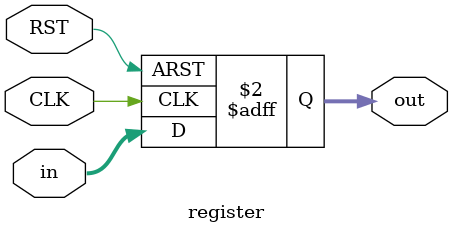
<source format=v>
module register #(parameter DATA_WIDTH=32) (
	input [DATA_WIDTH-1:0] in, 
	input CLK, RST,
	output reg[DATA_WIDTH-1:0] out 
);

	always @(posedge CLK, posedge RST)
		if(RST)
			out <= 0;
		else
			out <= in;

endmodule

</source>
